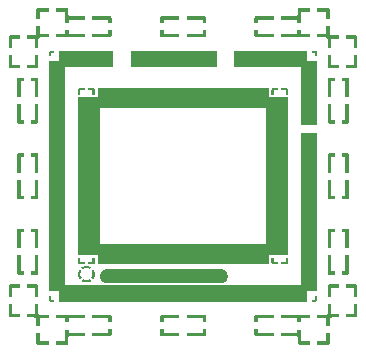
<source format=gbr>
G04 CAM350/DFMSTREAM V12.2 (Build 1124) Date:  Wed Mar 06 16:06:52 2019 *
G04 Database: d:\cad\swi_source\new folder\airprime hl and wp series snap-in socket.cam *
G04 Layer 8: ROUTE_KEEPOUT *
%FSLAX23Y23*%
%MOIN*%
%SFA1.000B1.000*%

%MIA0B0*%
%IPPOS*%
%LNROUTE_KEEPOUT*%
%LPD*%
G36*
X429Y-419D02*
G01Y-411D01*
X439*
Y-400*
X447*
Y-412*
Y-413*
X446Y-414*
Y-415*
X445Y-416*
Y-417*
X444*
Y-418*
X443*
X442Y-419*
X441*
X440*
X439*
X429*
G37*
G36*
X-447Y400D02*
G01Y412D01*
Y413*
X-446Y414*
Y415*
X-445Y416*
Y417*
X-444*
Y418*
X-443*
X-442Y419*
X-441*
X-440*
X-439*
X-429*
Y411*
X-439*
Y400*
X-447*
G37*
G36*
Y-400D02*
G01X-439D01*
Y-411*
X-429*
Y-419*
X-439*
X-440*
X-441*
X-442*
X-443Y-418*
X-444*
Y-417*
X-445*
Y-416*
X-446Y-415*
Y-414*
X-447Y-413*
Y-412*
Y-400*
G37*
G36*
X429Y411D02*
G01Y419D01*
X440*
X441*
X442*
X443Y418*
X444*
Y417*
X445*
Y416*
X446Y415*
X447Y414*
Y413*
Y412*
Y400*
X439*
Y411*
X429*
G37*
G36*
X-306Y-337D02*
G01X-305Y-336D01*
X-304Y-334*
Y-333*
X-303Y-331*
Y-329*
X-302Y-327*
Y-325*
X-303Y-323*
Y-321*
X-304Y-319*
Y-318*
X-305Y-316*
X-306Y-315*
X-300Y-309*
Y-310*
X-298Y-312*
X-297Y-314*
X-296Y-317*
X-295Y-319*
Y-322*
Y-325*
Y-327*
Y-330*
Y-333*
X-296Y-335*
X-297Y-338*
X-298Y-340*
X-300Y-342*
X-306Y-337*
G37*
G36*
X-339Y-304D02*
G01X-338D01*
X-336Y-302*
X-334Y-301*
X-331Y-300*
X-329Y-299*
X-326*
X-323Y-298*
X-321*
X-318Y-299*
X-315*
X-313Y-300*
X-310Y-301*
X-308Y-302*
X-306Y-304*
X-311Y-310*
X-312Y-309*
X-314Y-308*
X-315Y-307*
X-317*
X-319*
X-321Y-306*
X-323*
X-325Y-307*
X-327*
X-329*
X-330Y-308*
X-332Y-309*
X-333Y-310*
X-339Y-304*
G37*
G36*
Y-348D02*
G01X-333Y-342D01*
X-332Y-343*
X-330Y-344*
X-329Y-345*
X-327*
X-325*
X-323Y-346*
X-321*
X-319Y-345*
X-317*
X-315*
X-314Y-344*
X-312Y-343*
X-311Y-342*
X-306Y-348*
X-308Y-350*
X-310Y-351*
X-313Y-352*
X-315Y-353*
X-318*
X-321Y-354*
X-323*
X-326Y-353*
X-329*
X-331Y-352*
X-334Y-351*
X-336Y-350*
X-338Y-348*
X-339*
G37*
G36*
X-350Y-327D02*
G01Y-325D01*
X-349Y-322*
Y-319*
X-348Y-317*
X-347Y-314*
X-346Y-312*
X-344Y-310*
Y-309*
X-338Y-315*
X-339Y-316*
X-340Y-318*
X-341Y-319*
Y-321*
X-342Y-323*
Y-325*
Y-327*
Y-329*
X-341Y-331*
Y-333*
X-340Y-334*
X-339Y-336*
X-338Y-337*
X-344Y-342*
X-346Y-340*
X-347Y-338*
X-348Y-335*
X-349Y-333*
Y-330*
X-350Y-327*
G37*
G36*
X-318Y-287D02*
G01X-302D01*
Y-271*
X-294*
Y-287*
X-295Y-288*
Y-289*
Y-290*
X-296Y-291*
X-297Y-292*
X-298Y-293*
X-299Y-294*
X-300*
X-301*
X-302*
X-314*
X-315*
X-316*
X-317*
Y-293*
X-318*
Y-292*
Y-291*
Y-287*
G37*
G36*
X-350Y-271D02*
G01X-342D01*
Y-287*
X-326*
Y-291*
Y-292*
X-327Y-293*
X-328Y-294*
X-329*
X-330*
X-342*
X-343*
X-344*
X-345*
X-346Y-293*
X-347Y-292*
X-348*
Y-291*
X-349Y-290*
Y-289*
X-350Y-288*
Y-287*
Y-271*
G37*
G36*
X326Y287D02*
G01Y294D01*
X342*
X343*
X344*
X345*
X346Y293*
X347Y292*
X348*
Y291*
X349Y290*
Y289*
X350Y288*
Y287*
Y271*
X342*
Y287*
X326*
G37*
G36*
Y-294D02*
G01Y-287D01*
X342*
Y-271*
X350*
Y-287*
Y-288*
X349Y-289*
Y-290*
X348Y-291*
Y-292*
X347*
X346Y-293*
X345Y-294*
X344*
X343*
X342*
X326*
G37*
G36*
X294Y271D02*
G01Y287D01*
X295Y288*
Y289*
Y290*
X296Y291*
X297Y292*
X298Y293*
X299Y294*
X300*
X301*
X302*
X318*
Y287*
X302*
Y271*
X294*
G37*
G36*
Y-271D02*
G01X302D01*
Y-287*
X318*
Y-294*
X302*
X301*
X300*
X299*
X298Y-293*
X297Y-292*
X296Y-291*
X295Y-290*
Y-289*
Y-288*
X294Y-287*
Y-271*
G37*
G36*
X-318Y287D02*
G01Y294D01*
X-302*
X-301*
X-300*
X-299*
X-298Y293*
X-297Y292*
X-296Y291*
X-295Y290*
Y289*
Y288*
X-294Y287*
Y271*
X-302*
Y287*
X-318*
G37*
G36*
X-350Y271D02*
G01Y287D01*
Y288*
X-349Y289*
Y290*
X-348Y291*
Y292*
X-347*
X-346Y293*
X-345Y294*
X-344*
X-343*
X-342*
X-326*
Y287*
X-342*
Y271*
X-350*
G37*
G36*
X530Y317D02*
G01Y329D01*
X548*
X549*
Y328*
X550*
X551*
Y327*
X552*
Y326*
X553Y325*
Y324*
Y323*
Y264*
X541*
Y317*
X530*
G37*
G36*
Y175D02*
G01Y187D01*
X541*
Y240*
X553*
Y181*
Y180*
Y179*
X552Y178*
Y177*
X551*
Y176*
X550*
X549*
Y175*
X548*
X530*
G37*
G36*
Y65D02*
G01Y77D01*
X548*
X549*
Y76*
X550*
X551*
Y75*
X552*
Y74*
X553Y73*
Y72*
Y71*
Y12*
X541*
Y65*
X530*
G37*
G36*
Y-77D02*
G01Y-65D01*
X541*
Y-12*
X553*
Y-71*
Y-72*
Y-73*
X552Y-74*
Y-75*
X551*
Y-76*
X550*
X549*
Y-77*
X548*
X530*
G37*
G36*
Y-187D02*
G01Y-175D01*
X548*
X549*
Y-176*
X550*
X551*
Y-177*
X552*
Y-178*
X553Y-179*
Y-180*
Y-181*
Y-240*
X541*
Y-187*
X530*
G37*
G36*
Y-329D02*
G01Y-317D01*
X541*
Y-264*
X553*
Y-323*
Y-324*
Y-325*
X552Y-326*
Y-327*
X551*
Y-328*
X550*
X549*
Y-329*
X548*
X530*
G37*
G36*
X482Y264D02*
G01Y323D01*
Y324*
X483Y325*
Y326*
X484Y327*
X485Y328*
X486*
X487Y329*
X488*
X506*
Y317*
X494*
Y264*
X482*
G37*
G36*
Y240D02*
G01X494D01*
Y187*
X506*
Y175*
X488*
X487*
X486Y176*
X485*
X484Y177*
X483Y178*
Y179*
X482Y180*
Y181*
Y240*
G37*
G36*
Y12D02*
G01Y71D01*
Y72*
X483Y73*
Y74*
X484Y75*
X485Y76*
X486*
X487Y77*
X488*
X506*
Y65*
X494*
Y12*
X482*
G37*
G36*
Y-12D02*
G01X494D01*
Y-65*
X506*
Y-77*
X488*
X487*
X486Y-76*
X485*
X484Y-75*
X483Y-74*
Y-73*
X482Y-72*
Y-71*
Y-12*
G37*
G36*
Y-240D02*
G01Y-181D01*
Y-180*
X483Y-179*
Y-178*
X484Y-177*
X485Y-176*
X486*
X487Y-175*
X488*
X506*
Y-187*
X494*
Y-240*
X482*
G37*
G36*
Y-264D02*
G01X494D01*
Y-317*
X506*
Y-329*
X488*
X487*
X486Y-328*
X485*
X484Y-327*
X483Y-326*
Y-325*
X482Y-324*
Y-323*
Y-264*
G37*
G36*
X238Y510D02*
G01Y528D01*
Y529*
X239Y530*
Y531*
X240Y532*
X241*
Y533*
X242*
X243*
X244*
X303*
Y522*
X250*
Y510*
X238*
G37*
G36*
Y486D02*
G01X250D01*
Y474*
X303*
Y463*
X244*
X243*
X242*
X241*
Y464*
X240*
Y465*
X239*
Y466*
Y467*
X238*
Y468*
Y486*
G37*
G36*
Y-486D02*
G01Y-468D01*
Y-467*
X239*
Y-466*
Y-465*
X240*
Y-464*
X241*
Y-463*
X242*
X243*
X244*
X303*
Y-474*
X250*
Y-486*
X238*
G37*
G36*
Y-510D02*
G01X250D01*
Y-522*
X303*
Y-533*
X244*
X243*
X242*
X241*
Y-532*
X240*
X239Y-531*
Y-530*
X238Y-529*
Y-528*
Y-510*
G37*
G36*
X12Y522D02*
G01Y533D01*
X71*
X72*
X73*
X74*
Y532*
X75*
X76Y531*
Y530*
X77Y529*
Y528*
Y510*
X65*
Y522*
X12*
G37*
G36*
Y463D02*
G01Y474D01*
X65*
Y486*
X77*
Y468*
Y467*
X76*
Y466*
Y465*
X75*
Y464*
X74*
Y463*
X73*
X72*
X71*
X12*
G37*
G36*
Y-474D02*
G01Y-463D01*
X71*
X72*
X73*
X74*
Y-464*
X75*
Y-465*
X76*
Y-466*
Y-467*
X77*
Y-468*
Y-486*
X65*
Y-474*
X12*
G37*
G36*
Y-533D02*
G01Y-522D01*
X65*
Y-510*
X77*
Y-528*
Y-529*
X76Y-530*
Y-531*
X75Y-532*
X74*
Y-533*
X73*
X72*
X71*
X12*
G37*
G36*
X-77Y510D02*
G01Y528D01*
Y529*
X-76Y530*
Y531*
X-75Y532*
X-74*
Y533*
X-73*
X-72*
X-71*
X-12*
Y522*
X-65*
Y510*
X-77*
G37*
G36*
Y486D02*
G01X-65D01*
Y474*
X-12*
Y463*
X-71*
X-72*
X-73*
X-74*
Y464*
X-75*
Y465*
X-76*
Y466*
Y467*
X-77*
Y468*
Y486*
G37*
G36*
Y-486D02*
G01Y-468D01*
Y-467*
X-76*
Y-466*
Y-465*
X-75*
Y-464*
X-74*
Y-463*
X-73*
X-72*
X-71*
X-12*
Y-474*
X-65*
Y-486*
X-77*
G37*
G36*
Y-510D02*
G01X-65D01*
Y-522*
X-12*
Y-533*
X-71*
X-72*
X-73*
X-74*
Y-532*
X-75*
X-76Y-531*
Y-530*
X-77Y-529*
Y-528*
Y-510*
G37*
G36*
X-303Y522D02*
G01Y533D01*
X-244*
X-243*
X-242*
X-241*
Y532*
X-240*
X-239Y531*
Y530*
X-238Y529*
Y528*
Y510*
X-250*
Y522*
X-303*
G37*
G36*
Y463D02*
G01Y474D01*
X-250*
Y486*
X-238*
Y468*
Y467*
X-239*
Y466*
Y465*
X-240*
Y464*
X-241*
Y463*
X-242*
X-243*
X-244*
X-303*
G37*
G36*
Y-474D02*
G01Y-463D01*
X-244*
X-243*
X-242*
X-241*
Y-464*
X-240*
Y-465*
X-239*
Y-466*
Y-467*
X-238*
Y-468*
Y-486*
X-250*
Y-474*
X-303*
G37*
G36*
Y-533D02*
G01Y-522D01*
X-250*
Y-510*
X-238*
Y-528*
Y-529*
X-239Y-530*
Y-531*
X-240Y-532*
X-241*
Y-533*
X-242*
X-243*
X-244*
X-303*
G37*
G36*
X-506Y317D02*
G01Y329D01*
X-488*
X-487*
X-486Y328*
X-485*
X-484Y327*
X-483Y326*
Y325*
X-482Y324*
Y323*
Y264*
X-494*
Y317*
X-506*
G37*
G36*
Y175D02*
G01Y187D01*
X-494*
Y240*
X-482*
Y181*
Y180*
X-483Y179*
Y178*
X-484Y177*
X-485Y176*
X-486*
X-487Y175*
X-488*
X-506*
G37*
G36*
Y65D02*
G01Y77D01*
X-488*
X-487*
X-486Y76*
X-485*
X-484Y75*
X-483Y74*
Y73*
X-482Y72*
Y71*
Y12*
X-494*
Y65*
X-506*
G37*
G36*
Y-77D02*
G01Y-65D01*
X-494*
Y-12*
X-482*
Y-71*
Y-72*
X-483Y-73*
Y-74*
X-484Y-75*
X-485Y-76*
X-486*
X-487Y-77*
X-488*
X-506*
G37*
G36*
Y-187D02*
G01Y-175D01*
X-488*
X-487*
X-486Y-176*
X-485*
X-484Y-177*
X-483Y-178*
Y-179*
X-482Y-180*
Y-181*
Y-240*
X-494*
Y-187*
X-506*
G37*
G36*
Y-329D02*
G01Y-317D01*
X-494*
Y-264*
X-482*
Y-323*
Y-324*
X-483Y-325*
Y-326*
X-484Y-327*
X-485Y-328*
X-486*
X-487Y-329*
X-488*
X-506*
G37*
G36*
X-553Y264D02*
G01Y323D01*
Y324*
Y325*
X-552Y326*
Y327*
X-551*
Y328*
X-550*
X-549*
Y329*
X-548*
X-530*
Y317*
X-541*
Y264*
X-553*
G37*
G36*
Y240D02*
G01X-541D01*
Y187*
X-530*
Y175*
X-548*
X-549*
Y176*
X-550*
X-551*
Y177*
X-552*
Y178*
X-553Y179*
Y180*
Y181*
Y240*
G37*
G36*
Y12D02*
G01Y71D01*
Y72*
Y73*
X-552Y74*
Y75*
X-551*
Y76*
X-550*
X-549*
Y77*
X-548*
X-530*
Y65*
X-541*
Y12*
X-553*
G37*
G36*
Y-12D02*
G01X-541D01*
Y-65*
X-530*
Y-77*
X-548*
X-549*
Y-76*
X-550*
X-551*
Y-75*
X-552*
Y-74*
X-553Y-73*
Y-72*
Y-71*
Y-12*
G37*
G36*
Y-240D02*
G01Y-181D01*
Y-180*
Y-179*
X-552Y-178*
Y-177*
X-551*
Y-176*
X-550*
X-549*
Y-175*
X-548*
X-530*
Y-187*
X-541*
Y-240*
X-553*
G37*
G36*
Y-264D02*
G01X-541D01*
Y-317*
X-530*
Y-329*
X-548*
X-549*
Y-328*
X-550*
X-551*
Y-327*
X-552*
Y-326*
X-553Y-325*
Y-324*
Y-323*
Y-264*
G37*
G36*
X543Y459D02*
G01Y470D01*
X575*
X576*
X577*
X578*
Y469*
X579*
X580Y468*
Y467*
X581Y466*
Y465*
Y427*
X569*
Y459*
X543*
G37*
G36*
Y360D02*
G01Y372D01*
X569*
Y404*
X581*
Y366*
Y365*
X580Y364*
Y363*
X579Y362*
X578Y361*
X577*
X576Y360*
X575*
X543*
G37*
G36*
Y-372D02*
G01Y-360D01*
X575*
X576*
X577Y-361*
X578*
X579Y-362*
X580Y-363*
Y-364*
X581Y-365*
Y-366*
Y-404*
X569*
Y-372*
X543*
G37*
G36*
Y-470D02*
G01Y-459D01*
X569*
Y-427*
X581*
Y-465*
Y-466*
X580Y-467*
Y-468*
X579Y-469*
X578*
Y-470*
X577*
X576*
X575*
X543*
G37*
G36*
X482Y404D02*
G01X494D01*
Y372*
X520*
Y360*
X488*
X487*
X486Y361*
X485*
X484Y362*
X483Y363*
Y364*
X482Y365*
Y366*
Y404*
G37*
G36*
Y-404D02*
G01Y-366D01*
Y-365*
X483Y-364*
Y-363*
X484Y-362*
X485Y-361*
X486*
X487Y-360*
X488*
X520*
Y-372*
X494*
Y-404*
X482*
G37*
G36*
X447Y549D02*
G01Y561D01*
X485*
X486*
X487Y560*
X488*
Y559*
X489*
Y558*
X490*
Y557*
Y556*
Y555*
Y524*
X478*
Y549*
X447*
G37*
G36*
Y-561D02*
G01Y-549D01*
X478*
Y-524*
X490*
Y-555*
Y-556*
Y-557*
Y-558*
X489*
Y-559*
X488*
Y-560*
X487*
X486Y-561*
X485*
X447*
G37*
G36*
X-490Y524D02*
G01Y555D01*
Y556*
Y557*
Y558*
X-489*
Y559*
X-488*
Y560*
X-487*
X-486Y561*
X-485*
X-447*
Y549*
X-478*
Y524*
X-490*
G37*
G36*
Y-524D02*
G01X-478D01*
Y-549*
X-447*
Y-561*
X-485*
X-486*
X-487Y-560*
X-488*
Y-559*
X-489*
Y-558*
X-490*
Y-557*
Y-556*
Y-555*
Y-524*
G37*
G36*
X-520Y360D02*
G01Y372D01*
X-494*
Y404*
X-482*
Y366*
Y365*
X-483Y364*
Y363*
X-484Y362*
X-485Y361*
X-486*
X-487Y360*
X-488*
X-520*
G37*
G36*
Y-372D02*
G01Y-360D01*
X-488*
X-487*
X-486Y-361*
X-485*
X-484Y-362*
X-483Y-363*
Y-364*
X-482Y-365*
Y-366*
Y-404*
X-494*
Y-372*
X-520*
G37*
G36*
X-581Y427D02*
G01Y465D01*
Y466*
X-580Y467*
Y468*
X-579Y469*
X-578*
Y470*
X-577*
X-576*
X-575*
X-543*
Y459*
X-569*
Y427*
X-581*
G37*
G36*
Y404D02*
G01X-569D01*
Y372*
X-543*
Y360*
X-575*
X-576*
X-577Y361*
X-578*
X-579Y362*
X-580Y363*
Y364*
X-581Y365*
Y366*
Y404*
G37*
G36*
Y-404D02*
G01Y-366D01*
Y-365*
X-580Y-364*
Y-363*
X-579Y-362*
X-578Y-361*
X-577*
X-576Y-360*
X-575*
X-543*
Y-372*
X-569*
Y-404*
X-581*
G37*
G36*
Y-427D02*
G01X-569D01*
Y-459*
X-543*
Y-470*
X-575*
X-576*
X-577*
X-578*
Y-469*
X-579*
X-580Y-468*
Y-467*
X-581Y-466*
Y-465*
Y-427*
G37*
G36*
X327Y463D02*
G01Y474D01*
X380*
Y486*
X392*
Y474*
X423*
Y463*
X327*
G37*
G36*
Y-474D02*
G01Y-463D01*
X423*
Y-474*
X392*
Y-486*
X380*
Y-474*
X327*
G37*
G36*
X-423Y463D02*
G01Y474D01*
X-392*
Y486*
X-380*
Y474*
X-327*
Y463*
X-423*
G37*
G36*
Y-474D02*
G01Y-463D01*
X-327*
Y-474*
X-380*
Y-486*
X-392*
Y-474*
X-423*
G37*
G36*
X327Y522D02*
G01Y533D01*
X376*
X377Y534*
X378*
X379*
X380Y535*
X381Y536*
Y537*
X382*
Y538*
Y539*
Y555*
Y556*
Y557*
Y558*
X383*
Y559*
X384*
Y560*
X385*
X386Y561*
X387*
X388*
X423*
Y549*
X392*
Y512*
X380*
Y522*
X327*
G37*
G36*
Y-533D02*
G01Y-522D01*
X380*
Y-512*
X392*
Y-549*
X423*
Y-561*
X388*
X387*
X386*
X385Y-560*
X384*
Y-559*
X383*
Y-558*
X382*
Y-557*
Y-556*
Y-555*
Y-539*
Y-538*
Y-537*
X381*
Y-536*
X380Y-535*
X379Y-534*
X378*
X377*
X376Y-533*
X327*
G37*
G36*
X-423Y549D02*
G01Y561D01*
X-388*
X-387*
X-386*
X-385Y560*
X-384*
Y559*
X-383*
Y558*
X-382*
Y557*
Y556*
Y555*
Y539*
Y538*
Y537*
X-381*
Y536*
X-380Y535*
X-379Y534*
X-378*
X-377*
X-376Y533*
X-327*
Y522*
X-380*
Y512*
X-392*
Y549*
X-423*
G37*
G36*
Y-561D02*
G01Y-549D01*
X-392*
Y-512*
X-380*
Y-522*
X-327*
Y-533*
X-376*
X-377Y-534*
X-378*
X-379*
X-380Y-535*
X-381Y-536*
Y-537*
X-382*
Y-538*
Y-539*
Y-555*
Y-556*
Y-557*
Y-558*
X-383*
Y-559*
X-384*
Y-560*
X-385*
X-386Y-561*
X-387*
X-388*
X-423*
G37*
G36*
X447Y463D02*
G01Y474D01*
X478*
Y500*
X490*
Y476*
Y475*
X491Y474*
Y473*
X492Y472*
X493*
Y471*
X494*
X495*
X496Y470*
X520*
Y459*
X494*
Y427*
X482*
Y457*
Y458*
Y459*
X481Y460*
Y461*
X480*
X479Y462*
X478*
X477Y463*
X447*
G37*
G36*
Y-474D02*
G01Y-463D01*
X477*
X478Y-462*
X479*
X480Y-461*
X481*
Y-460*
X482Y-459*
Y-458*
Y-457*
Y-427*
X494*
Y-459*
X520*
Y-470*
X496*
X495Y-471*
X494*
X493*
Y-472*
X492*
X491Y-473*
Y-474*
X490Y-475*
Y-476*
Y-500*
X478*
Y-474*
X447*
G37*
G36*
X-520Y459D02*
G01Y470D01*
X-496*
X-495Y471*
X-494*
X-493*
Y472*
X-492*
X-491Y473*
Y474*
X-490*
Y475*
Y476*
Y500*
X-478*
Y474*
X-447*
Y463*
X-477*
X-478Y462*
X-479*
X-480Y461*
X-481*
Y460*
X-482Y459*
Y458*
Y457*
Y427*
X-494*
Y459*
X-520*
G37*
G36*
Y-470D02*
G01Y-459D01*
X-494*
Y-427*
X-482*
Y-457*
Y-458*
Y-459*
X-481Y-460*
Y-461*
X-480*
X-479Y-462*
X-478*
X-477Y-463*
X-447*
Y-474*
X-478*
Y-500*
X-490*
Y-476*
Y-475*
Y-474*
X-491*
Y-473*
X-492Y-472*
X-493*
Y-471*
X-494*
X-495*
X-496Y-470*
X-520*
G37*
G36*
X-175Y364D02*
G01Y419D01*
X112*
Y364*
X-175*
G37*
G36*
X-276Y-337D02*
G01Y-330D01*
Y-328*
Y-327*
X-273Y-321*
X-272Y-319*
X-271*
X-267Y-314*
X-266*
X-265Y-313*
X-264*
X-258Y-310*
X-256*
X129*
X131*
X137Y-313*
X138*
X139Y-314*
X140*
X144Y-319*
X145*
X146Y-321*
X148Y-327*
X149Y-328*
Y-330*
Y-337*
Y-339*
X148Y-340*
X146Y-345*
Y-346*
X145Y-347*
X144Y-348*
X140Y-352*
X139Y-353*
X138Y-354*
X137*
X132Y-356*
X131Y-357*
X129*
X-256*
X-258*
X-259Y-356*
X-264Y-354*
X-265*
X-266Y-353*
X-267Y-352*
X-271Y-348*
X-272Y-347*
X-273Y-346*
Y-345*
X-276Y-340*
Y-339*
Y-337*
G37*
G36*
X171Y364D02*
G01Y419D01*
X413*
Y384*
X447*
Y171*
X392*
Y364*
X171*
G37*
G36*
X-350Y-263D02*
G01Y263D01*
X-285*
Y294*
X285*
Y263*
X350*
Y-263*
X285*
Y-294*
X-285*
Y-263*
X-350*
G37*
G36*
X-447Y-384D02*
G01Y384D01*
X-413*
Y419*
X-234*
Y364*
X-392*
Y-364*
X392*
Y144*
X447*
Y-384*
X413*
Y-419*
X-413*
Y-384*
X-447*
G37*
%LPC*%
G36*
X-276Y-226D02*
G01X276D01*
Y226*
X-276*
Y-226*
G37*
%LPD*%
M02*

</source>
